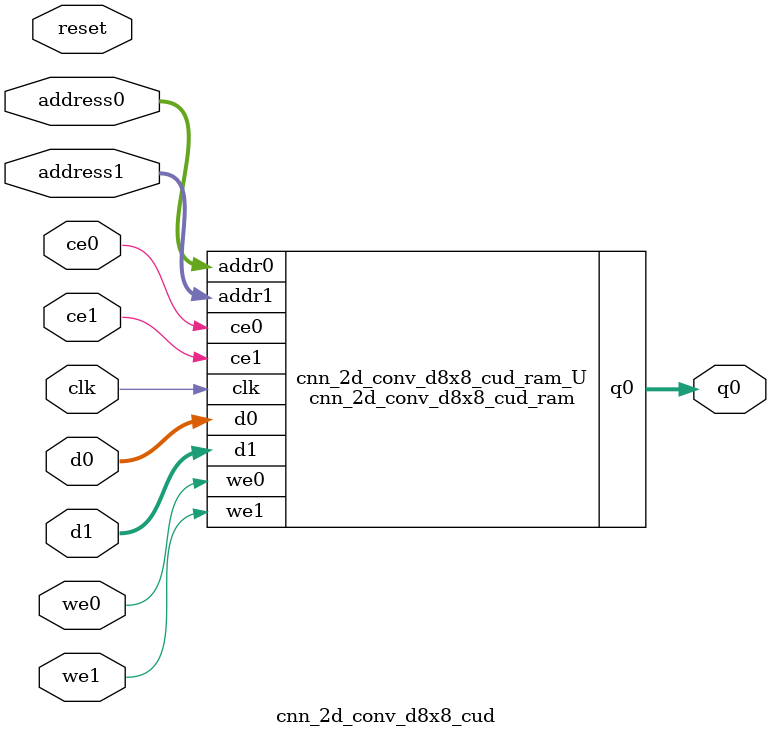
<source format=v>

`timescale 1 ns / 1 ps
module cnn_2d_conv_d8x8_cud_ram (addr0, ce0, d0, we0, q0, addr1, ce1, d1, we1,  clk);

parameter DWIDTH = 32;
parameter AWIDTH = 3;
parameter MEM_SIZE = 8;

input[AWIDTH-1:0] addr0;
input ce0;
input[DWIDTH-1:0] d0;
input we0;
output reg[DWIDTH-1:0] q0;
input[AWIDTH-1:0] addr1;
input ce1;
input[DWIDTH-1:0] d1;
input we1;
input clk;

(* ram_style = "block" *)reg [DWIDTH-1:0] ram[0:MEM_SIZE-1];




always @(posedge clk)  
begin 
    if (ce0) 
    begin
        if (we0) 
        begin 
            ram[addr0] <= d0; 
            q0 <= d0;
        end 
        else 
            q0 <= ram[addr0];
    end
end


always @(posedge clk)  
begin 
    if (ce1) 
    begin
        if (we1) 
        begin 
            ram[addr1] <= d1; 
        end 
    end
end


endmodule


`timescale 1 ns / 1 ps
module cnn_2d_conv_d8x8_cud(
    reset,
    clk,
    address0,
    ce0,
    we0,
    d0,
    q0,
    address1,
    ce1,
    we1,
    d1);

parameter DataWidth = 32'd32;
parameter AddressRange = 32'd8;
parameter AddressWidth = 32'd3;
input reset;
input clk;
input[AddressWidth - 1:0] address0;
input ce0;
input we0;
input[DataWidth - 1:0] d0;
output[DataWidth - 1:0] q0;
input[AddressWidth - 1:0] address1;
input ce1;
input we1;
input[DataWidth - 1:0] d1;



cnn_2d_conv_d8x8_cud_ram cnn_2d_conv_d8x8_cud_ram_U(
    .clk( clk ),
    .addr0( address0 ),
    .ce0( ce0 ),
    .d0( d0 ),
    .we0( we0 ),
    .q0( q0 ),
    .addr1( address1 ),
    .ce1( ce1 ),
    .d1( d1 ),
    .we1( we1 ));

endmodule


</source>
